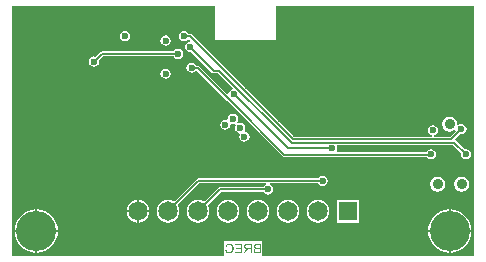
<source format=gbl>
G04*
G04 #@! TF.GenerationSoftware,Altium Limited,Altium Designer,21.6.4 (81)*
G04*
G04 Layer_Physical_Order=4*
G04 Layer_Color=16711680*
%FSLAX44Y44*%
%MOMM*%
G71*
G04*
G04 #@! TF.SameCoordinates,74441D79-BE30-4494-89CB-7DD98D1B6E6E*
G04*
G04*
G04 #@! TF.FilePolarity,Positive*
G04*
G01*
G75*
%ADD38C,0.1520*%
%ADD39C,0.9000*%
%ADD40C,3.4000*%
%ADD41C,1.6500*%
%ADD42R,1.6500X1.6500*%
%ADD43C,0.6000*%
G36*
X395922Y4078D02*
X216250Y4078D01*
Y16250D01*
X183750D01*
Y4078D01*
X4078Y4078D01*
X4078Y215500D01*
X176400D01*
Y186500D01*
X227900D01*
Y215500D01*
X395922D01*
X395922Y4078D01*
D02*
G37*
G36*
X188435Y14390D02*
X188629Y14373D01*
X188817Y14349D01*
X188999Y14320D01*
X189169Y14285D01*
X189333Y14238D01*
X189486Y14197D01*
X189626Y14150D01*
X189750Y14103D01*
X189867Y14062D01*
X189967Y14021D01*
X190049Y13980D01*
X190119Y13950D01*
X190166Y13927D01*
X190196Y13909D01*
X190207Y13903D01*
X190372Y13804D01*
X190524Y13698D01*
X190665Y13586D01*
X190800Y13469D01*
X190923Y13352D01*
X191035Y13234D01*
X191140Y13111D01*
X191228Y13000D01*
X191310Y12894D01*
X191387Y12789D01*
X191445Y12701D01*
X191498Y12624D01*
X191533Y12554D01*
X191563Y12507D01*
X191580Y12478D01*
X191586Y12466D01*
X191668Y12284D01*
X191745Y12102D01*
X191809Y11914D01*
X191862Y11727D01*
X191909Y11539D01*
X191950Y11351D01*
X191979Y11175D01*
X192009Y11011D01*
X192026Y10852D01*
X192044Y10706D01*
X192050Y10577D01*
X192061Y10465D01*
Y10377D01*
X192067Y10342D01*
Y10312D01*
Y10289D01*
Y10272D01*
Y10260D01*
Y10254D01*
X192061Y10037D01*
X192050Y9826D01*
X192026Y9620D01*
X192003Y9427D01*
X191968Y9233D01*
X191932Y9057D01*
X191891Y8887D01*
X191850Y8728D01*
X191815Y8587D01*
X191774Y8458D01*
X191739Y8347D01*
X191703Y8253D01*
X191680Y8177D01*
X191657Y8124D01*
X191645Y8089D01*
X191639Y8083D01*
Y8077D01*
X191557Y7895D01*
X191463Y7719D01*
X191363Y7561D01*
X191263Y7408D01*
X191158Y7273D01*
X191052Y7144D01*
X190952Y7033D01*
X190853Y6927D01*
X190759Y6833D01*
X190671Y6757D01*
X190595Y6686D01*
X190524Y6634D01*
X190466Y6593D01*
X190424Y6557D01*
X190401Y6540D01*
X190389Y6534D01*
X190231Y6440D01*
X190061Y6358D01*
X189885Y6288D01*
X189709Y6223D01*
X189533Y6176D01*
X189351Y6129D01*
X189181Y6094D01*
X189010Y6065D01*
X188858Y6047D01*
X188711Y6029D01*
X188582Y6018D01*
X188471Y6006D01*
X188383D01*
X188342Y6000D01*
X188253D01*
X188019Y6006D01*
X187796Y6029D01*
X187585Y6065D01*
X187379Y6106D01*
X187192Y6158D01*
X187015Y6217D01*
X186851Y6282D01*
X186705Y6346D01*
X186569Y6411D01*
X186452Y6475D01*
X186347Y6534D01*
X186264Y6587D01*
X186194Y6628D01*
X186147Y6663D01*
X186118Y6686D01*
X186106Y6692D01*
X185948Y6833D01*
X185801Y6980D01*
X185666Y7138D01*
X185543Y7303D01*
X185431Y7473D01*
X185331Y7637D01*
X185243Y7801D01*
X185167Y7966D01*
X185097Y8118D01*
X185038Y8259D01*
X184991Y8382D01*
X184950Y8494D01*
X184921Y8582D01*
X184909Y8623D01*
X184903Y8652D01*
X184897Y8676D01*
X184891Y8693D01*
X184886Y8705D01*
Y8711D01*
X185959Y8981D01*
X186006Y8793D01*
X186059Y8623D01*
X186118Y8458D01*
X186188Y8312D01*
X186253Y8171D01*
X186329Y8042D01*
X186399Y7930D01*
X186470Y7825D01*
X186534Y7737D01*
X186599Y7655D01*
X186658Y7590D01*
X186710Y7537D01*
X186751Y7490D01*
X186781Y7461D01*
X186804Y7443D01*
X186810Y7437D01*
X186933Y7350D01*
X187057Y7267D01*
X187186Y7197D01*
X187315Y7138D01*
X187444Y7091D01*
X187573Y7050D01*
X187696Y7015D01*
X187813Y6986D01*
X187919Y6962D01*
X188025Y6951D01*
X188113Y6939D01*
X188189Y6927D01*
X188253D01*
X188300Y6921D01*
X188342D01*
X188476Y6927D01*
X188611Y6939D01*
X188741Y6956D01*
X188869Y6980D01*
X188987Y7009D01*
X189104Y7044D01*
X189210Y7074D01*
X189310Y7115D01*
X189398Y7150D01*
X189480Y7179D01*
X189550Y7214D01*
X189609Y7244D01*
X189656Y7267D01*
X189691Y7285D01*
X189715Y7297D01*
X189720Y7303D01*
X189838Y7379D01*
X189943Y7461D01*
X190043Y7549D01*
X190137Y7643D01*
X190219Y7737D01*
X190295Y7836D01*
X190366Y7930D01*
X190430Y8018D01*
X190483Y8106D01*
X190530Y8188D01*
X190571Y8265D01*
X190600Y8329D01*
X190630Y8382D01*
X190647Y8417D01*
X190653Y8447D01*
X190659Y8453D01*
X190712Y8599D01*
X190759Y8752D01*
X190800Y8904D01*
X190829Y9063D01*
X190888Y9362D01*
X190905Y9509D01*
X190923Y9650D01*
X190935Y9773D01*
X190941Y9890D01*
X190947Y9996D01*
X190952Y10084D01*
X190958Y10160D01*
Y10213D01*
Y10248D01*
Y10260D01*
X190952Y10412D01*
X190947Y10559D01*
X190917Y10841D01*
X190900Y10976D01*
X190876Y11105D01*
X190853Y11228D01*
X190829Y11339D01*
X190806Y11445D01*
X190788Y11539D01*
X190765Y11621D01*
X190747Y11691D01*
X190730Y11744D01*
X190718Y11785D01*
X190706Y11815D01*
Y11820D01*
X190653Y11961D01*
X190595Y12090D01*
X190530Y12214D01*
X190460Y12325D01*
X190389Y12436D01*
X190319Y12536D01*
X190243Y12624D01*
X190172Y12706D01*
X190102Y12777D01*
X190037Y12841D01*
X189979Y12894D01*
X189926Y12941D01*
X189885Y12976D01*
X189855Y13006D01*
X189832Y13017D01*
X189826Y13023D01*
X189703Y13105D01*
X189574Y13170D01*
X189445Y13234D01*
X189315Y13287D01*
X189181Y13328D01*
X189051Y13364D01*
X188928Y13393D01*
X188805Y13416D01*
X188694Y13440D01*
X188588Y13452D01*
X188494Y13463D01*
X188412Y13469D01*
X188347Y13475D01*
X188259D01*
X188107Y13469D01*
X187966Y13457D01*
X187831Y13440D01*
X187702Y13411D01*
X187585Y13381D01*
X187473Y13346D01*
X187373Y13311D01*
X187279Y13276D01*
X187197Y13234D01*
X187121Y13199D01*
X187057Y13164D01*
X187004Y13135D01*
X186963Y13105D01*
X186933Y13088D01*
X186916Y13076D01*
X186910Y13070D01*
X186810Y12988D01*
X186716Y12900D01*
X186634Y12800D01*
X186552Y12701D01*
X186476Y12589D01*
X186411Y12484D01*
X186347Y12378D01*
X186294Y12272D01*
X186247Y12172D01*
X186200Y12079D01*
X186165Y11997D01*
X186135Y11926D01*
X186112Y11861D01*
X186094Y11820D01*
X186088Y11791D01*
X186082Y11779D01*
X185026Y12026D01*
X185091Y12231D01*
X185173Y12425D01*
X185255Y12607D01*
X185349Y12777D01*
X185443Y12929D01*
X185537Y13076D01*
X185637Y13205D01*
X185730Y13322D01*
X185824Y13428D01*
X185907Y13516D01*
X185983Y13598D01*
X186053Y13657D01*
X186106Y13710D01*
X186153Y13745D01*
X186176Y13768D01*
X186188Y13774D01*
X186347Y13886D01*
X186511Y13980D01*
X186687Y14062D01*
X186857Y14132D01*
X187027Y14197D01*
X187197Y14244D01*
X187362Y14285D01*
X187520Y14320D01*
X187673Y14343D01*
X187808Y14361D01*
X187925Y14379D01*
X188030Y14384D01*
X188118Y14390D01*
X188154Y14396D01*
X188236D01*
X188435Y14390D01*
D02*
G37*
G36*
X215114Y6135D02*
X211882D01*
X211741Y6141D01*
X211612Y6147D01*
X211488Y6158D01*
X211377Y6164D01*
X211265Y6176D01*
X211166Y6188D01*
X211078Y6205D01*
X210996Y6217D01*
X210925Y6229D01*
X210861Y6241D01*
X210808Y6246D01*
X210767Y6258D01*
X210737Y6264D01*
X210720Y6270D01*
X210714D01*
X210520Y6329D01*
X210350Y6387D01*
X210198Y6458D01*
X210133Y6487D01*
X210068Y6522D01*
X210016Y6551D01*
X209969Y6581D01*
X209928Y6604D01*
X209892Y6628D01*
X209863Y6645D01*
X209846Y6657D01*
X209834Y6669D01*
X209828D01*
X209699Y6775D01*
X209587Y6898D01*
X209488Y7021D01*
X209400Y7144D01*
X209329Y7250D01*
X209300Y7297D01*
X209276Y7338D01*
X209259Y7373D01*
X209247Y7396D01*
X209235Y7414D01*
Y7420D01*
X209153Y7608D01*
X209095Y7795D01*
X209048Y7977D01*
X209018Y8142D01*
X209007Y8212D01*
X209001Y8282D01*
X208995Y8341D01*
Y8388D01*
X208989Y8429D01*
Y8464D01*
Y8482D01*
Y8488D01*
X208995Y8617D01*
X209007Y8740D01*
X209024Y8863D01*
X209053Y8975D01*
X209083Y9086D01*
X209112Y9186D01*
X209153Y9280D01*
X209188Y9368D01*
X209224Y9444D01*
X209259Y9515D01*
X209294Y9573D01*
X209323Y9620D01*
X209353Y9661D01*
X209370Y9691D01*
X209382Y9708D01*
X209388Y9714D01*
X209464Y9808D01*
X209546Y9896D01*
X209640Y9978D01*
X209728Y10049D01*
X209822Y10119D01*
X209916Y10178D01*
X210010Y10230D01*
X210104Y10277D01*
X210186Y10324D01*
X210268Y10359D01*
X210338Y10389D01*
X210397Y10412D01*
X210450Y10430D01*
X210485Y10442D01*
X210514Y10453D01*
X210520D01*
X210415Y10506D01*
X210321Y10565D01*
X210233Y10624D01*
X210145Y10688D01*
X210068Y10753D01*
X209998Y10811D01*
X209939Y10870D01*
X209881Y10929D01*
X209834Y10981D01*
X209787Y11034D01*
X209752Y11075D01*
X209722Y11116D01*
X209699Y11152D01*
X209681Y11175D01*
X209675Y11187D01*
X209669Y11193D01*
X209617Y11281D01*
X209576Y11369D01*
X209534Y11451D01*
X209505Y11539D01*
X209452Y11703D01*
X209417Y11856D01*
X209405Y11920D01*
X209400Y11985D01*
X209388Y12038D01*
Y12084D01*
X209382Y12120D01*
Y12149D01*
Y12167D01*
Y12172D01*
X209388Y12278D01*
X209394Y12378D01*
X209435Y12577D01*
X209482Y12759D01*
X209511Y12841D01*
X209540Y12924D01*
X209576Y12994D01*
X209605Y13053D01*
X209628Y13111D01*
X209652Y13158D01*
X209675Y13193D01*
X209693Y13223D01*
X209699Y13240D01*
X209705Y13246D01*
X209769Y13340D01*
X209834Y13428D01*
X209904Y13504D01*
X209975Y13581D01*
X210051Y13651D01*
X210121Y13710D01*
X210192Y13768D01*
X210262Y13815D01*
X210327Y13862D01*
X210391Y13898D01*
X210444Y13933D01*
X210491Y13956D01*
X210532Y13980D01*
X210561Y13991D01*
X210579Y14003D01*
X210585D01*
X210690Y14050D01*
X210808Y14085D01*
X211054Y14150D01*
X211301Y14197D01*
X211424Y14209D01*
X211541Y14226D01*
X211647Y14232D01*
X211752Y14244D01*
X211840Y14250D01*
X211923D01*
X211987Y14255D01*
X215114D01*
Y6135D01*
D02*
G37*
G36*
X207493D02*
X206419D01*
Y9743D01*
X205028D01*
X204905Y9737D01*
X204799Y9732D01*
X204717Y9726D01*
X204659Y9714D01*
X204612Y9708D01*
X204582Y9702D01*
X204577D01*
X204483Y9673D01*
X204395Y9644D01*
X204312Y9603D01*
X204242Y9567D01*
X204178Y9538D01*
X204131Y9509D01*
X204101Y9491D01*
X204090Y9485D01*
X203996Y9421D01*
X203902Y9338D01*
X203814Y9245D01*
X203726Y9157D01*
X203655Y9075D01*
X203597Y9004D01*
X203573Y8975D01*
X203556Y8957D01*
X203550Y8945D01*
X203544Y8940D01*
X203485Y8863D01*
X203421Y8781D01*
X203292Y8605D01*
X203162Y8417D01*
X203039Y8235D01*
X202987Y8153D01*
X202934Y8077D01*
X202887Y8007D01*
X202846Y7942D01*
X202816Y7895D01*
X202793Y7854D01*
X202775Y7831D01*
X202769Y7825D01*
X201696Y6135D01*
X200352D01*
X201754Y8341D01*
X201913Y8576D01*
X201995Y8681D01*
X202071Y8787D01*
X202148Y8881D01*
X202224Y8969D01*
X202294Y9051D01*
X202359Y9127D01*
X202417Y9198D01*
X202476Y9256D01*
X202523Y9303D01*
X202564Y9350D01*
X202599Y9380D01*
X202623Y9409D01*
X202640Y9421D01*
X202646Y9427D01*
X202740Y9503D01*
X202840Y9573D01*
X202945Y9644D01*
X203051Y9702D01*
X203145Y9755D01*
X203186Y9779D01*
X203221Y9796D01*
X203251Y9814D01*
X203274Y9820D01*
X203286Y9831D01*
X203292D01*
X203080Y9867D01*
X202881Y9908D01*
X202699Y9961D01*
X202529Y10013D01*
X202376Y10078D01*
X202230Y10136D01*
X202106Y10201D01*
X201989Y10266D01*
X201889Y10330D01*
X201807Y10389D01*
X201731Y10442D01*
X201672Y10489D01*
X201625Y10530D01*
X201590Y10559D01*
X201572Y10577D01*
X201567Y10582D01*
X201467Y10694D01*
X201379Y10817D01*
X201303Y10934D01*
X201238Y11058D01*
X201185Y11181D01*
X201138Y11304D01*
X201103Y11422D01*
X201074Y11533D01*
X201050Y11639D01*
X201033Y11732D01*
X201021Y11820D01*
X201009Y11891D01*
Y11955D01*
X201003Y12002D01*
Y12026D01*
Y12038D01*
X201009Y12161D01*
X201015Y12284D01*
X201033Y12401D01*
X201056Y12513D01*
X201080Y12618D01*
X201109Y12718D01*
X201144Y12812D01*
X201173Y12900D01*
X201203Y12976D01*
X201238Y13047D01*
X201267Y13111D01*
X201291Y13164D01*
X201314Y13205D01*
X201326Y13234D01*
X201338Y13252D01*
X201344Y13258D01*
X201408Y13358D01*
X201479Y13452D01*
X201555Y13534D01*
X201625Y13616D01*
X201702Y13686D01*
X201778Y13751D01*
X201854Y13804D01*
X201924Y13856D01*
X201989Y13898D01*
X202054Y13933D01*
X202106Y13968D01*
X202153Y13991D01*
X202194Y14009D01*
X202224Y14021D01*
X202241Y14032D01*
X202247D01*
X202359Y14073D01*
X202482Y14109D01*
X202611Y14138D01*
X202740Y14161D01*
X203016Y14203D01*
X203151Y14214D01*
X203280Y14226D01*
X203409Y14238D01*
X203520Y14244D01*
X203626Y14250D01*
X203720D01*
X203790Y14255D01*
X207493D01*
Y6135D01*
D02*
G37*
G36*
X199296D02*
X193241D01*
Y7091D01*
X198222D01*
Y9855D01*
X193734D01*
Y10811D01*
X198222D01*
Y13299D01*
X193428D01*
Y14255D01*
X199296D01*
Y6135D01*
D02*
G37*
%LPC*%
G36*
X100000Y194354D02*
X98334Y194022D01*
X96922Y193078D01*
X95978Y191666D01*
X95646Y190000D01*
X95978Y188334D01*
X96922Y186922D01*
X98334Y185978D01*
X100000Y185646D01*
X101666Y185978D01*
X103078Y186922D01*
X104022Y188334D01*
X104354Y190000D01*
X104022Y191666D01*
X103078Y193078D01*
X101666Y194022D01*
X100000Y194354D01*
D02*
G37*
G36*
X134500Y190604D02*
X132834Y190272D01*
X131421Y189328D01*
X130478Y187916D01*
X130146Y186250D01*
X130478Y184584D01*
X131421Y183172D01*
X132834Y182228D01*
X134500Y181896D01*
X136166Y182228D01*
X137578Y183172D01*
X138522Y184584D01*
X138854Y186250D01*
X138522Y187916D01*
X137578Y189328D01*
X136166Y190272D01*
X134500Y190604D01*
D02*
G37*
G36*
X145000Y179354D02*
X143334Y179022D01*
X141922Y178078D01*
X141248Y177070D01*
X80250D01*
X79458Y176912D01*
X78787Y176464D01*
X74940Y172617D01*
X73750Y172854D01*
X72084Y172522D01*
X70672Y171579D01*
X69728Y170166D01*
X69396Y168500D01*
X69728Y166834D01*
X70672Y165422D01*
X72084Y164478D01*
X73750Y164146D01*
X75416Y164478D01*
X76828Y165422D01*
X77772Y166834D01*
X78104Y168500D01*
X77867Y169690D01*
X81107Y172930D01*
X141248D01*
X141922Y171922D01*
X143334Y170978D01*
X145000Y170646D01*
X146666Y170978D01*
X148078Y171922D01*
X149022Y173334D01*
X149354Y175000D01*
X149022Y176666D01*
X148078Y178078D01*
X146666Y179022D01*
X145000Y179354D01*
D02*
G37*
G36*
X134500Y162604D02*
X132834Y162272D01*
X131421Y161329D01*
X130478Y159916D01*
X130146Y158250D01*
X130478Y156584D01*
X131421Y155171D01*
X132834Y154228D01*
X134500Y153896D01*
X136166Y154228D01*
X137578Y155171D01*
X138522Y156584D01*
X138854Y158250D01*
X138522Y159916D01*
X137578Y161329D01*
X136166Y162272D01*
X134500Y162604D01*
D02*
G37*
G36*
X150000Y194354D02*
X148334Y194022D01*
X146922Y193078D01*
X145978Y191666D01*
X145646Y190000D01*
X145978Y188334D01*
X146922Y186922D01*
X148334Y185978D01*
X150000Y185646D01*
X151666Y185978D01*
X153078Y186922D01*
X153209Y187117D01*
X154543Y187234D01*
X155319Y186404D01*
X154866Y185241D01*
X153598Y184989D01*
X152185Y184045D01*
X151241Y182633D01*
X150910Y180967D01*
X151241Y179301D01*
X152185Y177888D01*
X153598Y176945D01*
X155264Y176613D01*
X156206Y176800D01*
X173977Y159030D01*
X174648Y158581D01*
X175440Y158423D01*
X179149D01*
X191252Y146321D01*
X190834Y144943D01*
X190584Y144893D01*
X189172Y143949D01*
X188228Y142537D01*
X188025Y141516D01*
X186657Y141088D01*
X163531Y164214D01*
X162860Y164662D01*
X162068Y164820D01*
X160497D01*
X160472Y164946D01*
X159528Y166359D01*
X158116Y167302D01*
X156450Y167634D01*
X154784Y167302D01*
X153371Y166359D01*
X152427Y164946D01*
X152096Y163280D01*
X152427Y161614D01*
X153371Y160201D01*
X154784Y159258D01*
X156450Y158926D01*
X158116Y159258D01*
X159528Y160201D01*
X159848Y160680D01*
X161210D01*
X186646Y135244D01*
X186646Y135244D01*
X233604Y88287D01*
X234276Y87838D01*
X235068Y87680D01*
X355415D01*
X355922Y86922D01*
X357334Y85978D01*
X359000Y85646D01*
X360666Y85978D01*
X362079Y86922D01*
X363022Y88334D01*
X363354Y90000D01*
X363022Y91666D01*
X362079Y93078D01*
X360666Y94022D01*
X359000Y94354D01*
X357334Y94022D01*
X355922Y93078D01*
X355080Y91820D01*
X280058D01*
X279379Y93090D01*
X279495Y93264D01*
X279827Y94930D01*
X279495Y96596D01*
X279379Y96770D01*
X279977Y97890D01*
X377933D01*
X384633Y91190D01*
X384396Y90000D01*
X384728Y88334D01*
X385672Y86922D01*
X387084Y85978D01*
X388750Y85646D01*
X390416Y85978D01*
X391828Y86922D01*
X392772Y88334D01*
X393104Y90000D01*
X392772Y91666D01*
X391828Y93078D01*
X390416Y94022D01*
X388750Y94354D01*
X387560Y94117D01*
X380253Y101424D01*
X380040Y101566D01*
X379756Y102868D01*
X379801Y103124D01*
X383810Y107133D01*
X385000Y106896D01*
X386666Y107228D01*
X388078Y108172D01*
X389022Y109584D01*
X389354Y111250D01*
X389022Y112916D01*
X388078Y114328D01*
X386666Y115272D01*
X385000Y115604D01*
X383334Y115272D01*
X382426Y114666D01*
X381267Y115350D01*
X380783Y117787D01*
X379402Y119852D01*
X377337Y121233D01*
X374900Y121717D01*
X372463Y121233D01*
X370398Y119852D01*
X369017Y117787D01*
X368533Y115350D01*
X369017Y112913D01*
X370398Y110848D01*
X372463Y109467D01*
X374900Y108983D01*
X377337Y109467D01*
X378641Y110339D01*
X380126Y109818D01*
X380246Y109423D01*
X375643Y104820D01*
X361847D01*
X361722Y106090D01*
X362416Y106228D01*
X363829Y107171D01*
X364772Y108584D01*
X365104Y110250D01*
X364772Y111916D01*
X363829Y113329D01*
X362416Y114272D01*
X360750Y114604D01*
X359084Y114272D01*
X357672Y113329D01*
X356728Y111916D01*
X356396Y110250D01*
X356728Y108584D01*
X357672Y107171D01*
X359084Y106228D01*
X359778Y106090D01*
X359652Y104820D01*
X243107D01*
X156464Y191464D01*
X155792Y191912D01*
X155000Y192070D01*
X153752D01*
X153078Y193078D01*
X151666Y194022D01*
X150000Y194354D01*
D02*
G37*
G36*
X191500Y124354D02*
X189834Y124022D01*
X188421Y123078D01*
X187478Y121666D01*
X187170Y120118D01*
X187099Y119964D01*
X186020Y119151D01*
X185000Y119354D01*
X183334Y119022D01*
X181922Y118078D01*
X180978Y116666D01*
X180646Y115000D01*
X180978Y113334D01*
X181922Y111922D01*
X183334Y110978D01*
X185000Y110646D01*
X186666Y110978D01*
X188078Y111922D01*
X189022Y113334D01*
X189330Y114882D01*
X189401Y115036D01*
X190480Y115849D01*
X191500Y115646D01*
X193160Y115977D01*
X193181Y115962D01*
X194072Y115056D01*
X193478Y114166D01*
X193146Y112500D01*
X193478Y110834D01*
X194422Y109422D01*
X195834Y108478D01*
X196784Y108289D01*
X197405Y106931D01*
X197228Y106666D01*
X196896Y105000D01*
X197228Y103334D01*
X198172Y101922D01*
X199584Y100978D01*
X201250Y100646D01*
X202916Y100978D01*
X204328Y101922D01*
X205272Y103334D01*
X205604Y105000D01*
X205272Y106666D01*
X204328Y108078D01*
X202916Y109022D01*
X201966Y109211D01*
X201345Y110569D01*
X201522Y110834D01*
X201854Y112500D01*
X201522Y114166D01*
X200578Y115578D01*
X199166Y116522D01*
X197500Y116854D01*
X195840Y116523D01*
X195819Y116538D01*
X194928Y117444D01*
X195522Y118334D01*
X195854Y120000D01*
X195522Y121666D01*
X194578Y123078D01*
X193166Y124022D01*
X191500Y124354D01*
D02*
G37*
G36*
X267500Y71854D02*
X265834Y71522D01*
X264422Y70578D01*
X263748Y69570D01*
X162300D01*
X161508Y69412D01*
X160837Y68963D01*
X141634Y49761D01*
X141301Y50016D01*
X138985Y50975D01*
X136500Y51302D01*
X134015Y50975D01*
X131699Y50016D01*
X129710Y48490D01*
X128184Y46501D01*
X127225Y44185D01*
X126898Y41700D01*
X127225Y39215D01*
X128184Y36899D01*
X129710Y34910D01*
X131699Y33384D01*
X134015Y32425D01*
X136500Y32098D01*
X138985Y32425D01*
X141301Y33384D01*
X143290Y34910D01*
X144816Y36899D01*
X145775Y39215D01*
X146102Y41700D01*
X145775Y44185D01*
X144816Y46501D01*
X144561Y46834D01*
X163157Y65430D01*
X219205D01*
X219403Y64825D01*
X219416Y64160D01*
X218172Y63328D01*
X217500Y62323D01*
X180453D01*
X179661Y62165D01*
X178989Y61716D01*
X167034Y49761D01*
X166701Y50016D01*
X164385Y50975D01*
X161900Y51302D01*
X159415Y50975D01*
X157099Y50016D01*
X155110Y48490D01*
X153584Y46501D01*
X152625Y44185D01*
X152298Y41700D01*
X152625Y39215D01*
X153584Y36899D01*
X155110Y34910D01*
X157099Y33384D01*
X159415Y32425D01*
X161900Y32098D01*
X164385Y32425D01*
X166701Y33384D01*
X168690Y34910D01*
X170216Y36899D01*
X171175Y39215D01*
X171502Y41700D01*
X171175Y44185D01*
X170216Y46501D01*
X169961Y46834D01*
X181310Y58183D01*
X217496D01*
X218172Y57172D01*
X219584Y56228D01*
X221250Y55896D01*
X222916Y56228D01*
X224328Y57172D01*
X225272Y58584D01*
X225604Y60250D01*
X225272Y61916D01*
X224328Y63328D01*
X223084Y64160D01*
X223097Y64825D01*
X223295Y65430D01*
X263748D01*
X264422Y64422D01*
X265834Y63478D01*
X267500Y63146D01*
X269166Y63478D01*
X270578Y64422D01*
X271522Y65834D01*
X271854Y67500D01*
X271522Y69166D01*
X270578Y70578D01*
X269166Y71522D01*
X267500Y71854D01*
D02*
G37*
G36*
X385060Y70917D02*
X382623Y70433D01*
X380558Y69052D01*
X379177Y66987D01*
X378693Y64550D01*
X379177Y62113D01*
X380558Y60048D01*
X382623Y58667D01*
X385060Y58183D01*
X387497Y58667D01*
X389562Y60048D01*
X390943Y62113D01*
X391427Y64550D01*
X390943Y66987D01*
X389562Y69052D01*
X387497Y70433D01*
X385060Y70917D01*
D02*
G37*
G36*
X364740D02*
X362303Y70433D01*
X360238Y69052D01*
X358857Y66987D01*
X358373Y64550D01*
X358857Y62113D01*
X360238Y60048D01*
X362303Y58667D01*
X364740Y58183D01*
X367177Y58667D01*
X369242Y60048D01*
X370623Y62113D01*
X371107Y64550D01*
X370623Y66987D01*
X369242Y69052D01*
X367177Y70433D01*
X364740Y70917D01*
D02*
G37*
G36*
X111862Y51202D02*
Y42462D01*
X120602D01*
X120375Y44185D01*
X119416Y46501D01*
X117890Y48490D01*
X115901Y50016D01*
X113585Y50975D01*
X111862Y51202D01*
D02*
G37*
G36*
X110338D02*
X108615Y50975D01*
X106299Y50016D01*
X104310Y48490D01*
X102784Y46501D01*
X101825Y44185D01*
X101598Y42462D01*
X110338D01*
Y51202D01*
D02*
G37*
G36*
X120602Y40938D02*
X111862D01*
Y32198D01*
X113585Y32425D01*
X115901Y33384D01*
X117890Y34910D01*
X119416Y36899D01*
X120375Y39215D01*
X120602Y40938D01*
D02*
G37*
G36*
X110338D02*
X101598D01*
X101825Y39215D01*
X102784Y36899D01*
X104310Y34910D01*
X106299Y33384D01*
X108615Y32425D01*
X110338Y32198D01*
Y40938D01*
D02*
G37*
G36*
X298420Y51220D02*
X279380D01*
Y32180D01*
X298420D01*
Y51220D01*
D02*
G37*
G36*
X263500Y51302D02*
X261015Y50975D01*
X258699Y50016D01*
X256710Y48490D01*
X255184Y46501D01*
X254225Y44185D01*
X253898Y41700D01*
X254225Y39215D01*
X255184Y36899D01*
X256710Y34910D01*
X258699Y33384D01*
X261015Y32425D01*
X263500Y32098D01*
X265985Y32425D01*
X268301Y33384D01*
X270290Y34910D01*
X271816Y36899D01*
X272775Y39215D01*
X273102Y41700D01*
X272775Y44185D01*
X271816Y46501D01*
X270290Y48490D01*
X268301Y50016D01*
X265985Y50975D01*
X263500Y51302D01*
D02*
G37*
G36*
X238100D02*
X235615Y50975D01*
X233299Y50016D01*
X231310Y48490D01*
X229784Y46501D01*
X228825Y44185D01*
X228498Y41700D01*
X228825Y39215D01*
X229784Y36899D01*
X231310Y34910D01*
X233299Y33384D01*
X235615Y32425D01*
X238100Y32098D01*
X240585Y32425D01*
X242901Y33384D01*
X244890Y34910D01*
X246416Y36899D01*
X247375Y39215D01*
X247702Y41700D01*
X247375Y44185D01*
X246416Y46501D01*
X244890Y48490D01*
X242901Y50016D01*
X240585Y50975D01*
X238100Y51302D01*
D02*
G37*
G36*
X212700D02*
X210215Y50975D01*
X207899Y50016D01*
X205910Y48490D01*
X204384Y46501D01*
X203425Y44185D01*
X203098Y41700D01*
X203425Y39215D01*
X204384Y36899D01*
X205910Y34910D01*
X207899Y33384D01*
X210215Y32425D01*
X212700Y32098D01*
X215185Y32425D01*
X217501Y33384D01*
X219490Y34910D01*
X221016Y36899D01*
X221975Y39215D01*
X222302Y41700D01*
X221975Y44185D01*
X221016Y46501D01*
X219490Y48490D01*
X217501Y50016D01*
X215185Y50975D01*
X212700Y51302D01*
D02*
G37*
G36*
X187300D02*
X184815Y50975D01*
X182499Y50016D01*
X180510Y48490D01*
X178984Y46501D01*
X178025Y44185D01*
X177698Y41700D01*
X178025Y39215D01*
X178984Y36899D01*
X180510Y34910D01*
X182499Y33384D01*
X184815Y32425D01*
X187300Y32098D01*
X189785Y32425D01*
X192101Y33384D01*
X194090Y34910D01*
X195616Y36899D01*
X196575Y39215D01*
X196902Y41700D01*
X196575Y44185D01*
X195616Y46501D01*
X194090Y48490D01*
X192101Y50016D01*
X189785Y50975D01*
X187300Y51302D01*
D02*
G37*
G36*
X375762Y43283D02*
Y25762D01*
X393283D01*
X393006Y28582D01*
X391961Y32025D01*
X390264Y35199D01*
X387981Y37981D01*
X385199Y40264D01*
X382025Y41961D01*
X378582Y43006D01*
X375762Y43283D01*
D02*
G37*
G36*
X374238D02*
X371418Y43006D01*
X367975Y41961D01*
X364801Y40264D01*
X362019Y37981D01*
X359736Y35199D01*
X358039Y32025D01*
X356994Y28582D01*
X356717Y25762D01*
X374238D01*
Y43283D01*
D02*
G37*
G36*
X25762D02*
Y25762D01*
X43283D01*
X43006Y28582D01*
X41961Y32025D01*
X40264Y35199D01*
X37981Y37981D01*
X35199Y40264D01*
X32025Y41961D01*
X28582Y43006D01*
X25762Y43283D01*
D02*
G37*
G36*
X24238D02*
X21418Y43006D01*
X17975Y41961D01*
X14801Y40264D01*
X12019Y37981D01*
X9736Y35199D01*
X8039Y32025D01*
X6994Y28582D01*
X6717Y25762D01*
X24238D01*
Y43283D01*
D02*
G37*
G36*
X393283Y24238D02*
X375762D01*
Y6717D01*
X378582Y6994D01*
X382025Y8039D01*
X385199Y9736D01*
X387981Y12019D01*
X390264Y14801D01*
X391961Y17975D01*
X393006Y21418D01*
X393283Y24238D01*
D02*
G37*
G36*
X374238D02*
X356717D01*
X356994Y21418D01*
X358039Y17975D01*
X359736Y14801D01*
X362019Y12019D01*
X364801Y9736D01*
X367975Y8039D01*
X371418Y6994D01*
X374238Y6717D01*
Y24238D01*
D02*
G37*
G36*
X43283D02*
X25762D01*
Y6717D01*
X28582Y6994D01*
X32025Y8039D01*
X35199Y9736D01*
X37981Y12019D01*
X40264Y14801D01*
X41961Y17975D01*
X43006Y21418D01*
X43283Y24238D01*
D02*
G37*
G36*
X24238D02*
X6717D01*
X6994Y21418D01*
X8039Y17975D01*
X9736Y14801D01*
X12019Y12019D01*
X14801Y9736D01*
X17975Y8039D01*
X21418Y6994D01*
X24238Y6717D01*
Y24238D01*
D02*
G37*
G36*
X214041Y13299D02*
X212263D01*
X212116Y13293D01*
X211981Y13287D01*
X211858Y13281D01*
X211747Y13270D01*
X211647Y13264D01*
X211559Y13252D01*
X211477Y13240D01*
X211406Y13229D01*
X211348Y13217D01*
X211301Y13211D01*
X211259Y13199D01*
X211230Y13193D01*
X211207Y13188D01*
X211195Y13182D01*
X211189D01*
X211060Y13129D01*
X210954Y13070D01*
X210855Y13000D01*
X210778Y12929D01*
X210720Y12865D01*
X210673Y12812D01*
X210649Y12771D01*
X210638Y12765D01*
Y12759D01*
X210573Y12642D01*
X210520Y12519D01*
X210485Y12401D01*
X210462Y12290D01*
X210450Y12196D01*
X210444Y12155D01*
X210438Y12120D01*
Y12090D01*
Y12067D01*
Y12055D01*
Y12049D01*
X210450Y11897D01*
X210473Y11756D01*
X210503Y11633D01*
X210544Y11533D01*
X210585Y11445D01*
X210602Y11416D01*
X210614Y11386D01*
X210632Y11363D01*
X210638Y11345D01*
X210649Y11339D01*
Y11334D01*
X210737Y11234D01*
X210831Y11152D01*
X210937Y11081D01*
X211037Y11028D01*
X211125Y10987D01*
X211166Y10970D01*
X211195Y10958D01*
X211224Y10946D01*
X211248Y10940D01*
X211259Y10934D01*
X211265D01*
X211330Y10917D01*
X211400Y10905D01*
X211477Y10893D01*
X211559Y10882D01*
X211729Y10864D01*
X211893Y10852D01*
X211975Y10847D01*
X212116D01*
X212175Y10841D01*
X214041D01*
Y13299D01*
D02*
G37*
G36*
Y9884D02*
X212028D01*
X211893Y9878D01*
X211770Y9872D01*
X211658Y9861D01*
X211553Y9849D01*
X211453Y9837D01*
X211365Y9826D01*
X211283Y9814D01*
X211213Y9802D01*
X211154Y9790D01*
X211101Y9779D01*
X211060Y9767D01*
X211025Y9755D01*
X211001Y9749D01*
X210990Y9743D01*
X210984D01*
X210837Y9685D01*
X210708Y9614D01*
X210597Y9538D01*
X210503Y9456D01*
X210426Y9385D01*
X210374Y9327D01*
X210356Y9303D01*
X210344Y9292D01*
X210333Y9280D01*
Y9274D01*
X210256Y9145D01*
X210198Y9010D01*
X210156Y8881D01*
X210127Y8758D01*
X210110Y8646D01*
X210104Y8605D01*
Y8564D01*
X210098Y8535D01*
Y8505D01*
Y8494D01*
Y8488D01*
X210104Y8347D01*
X210121Y8212D01*
X210151Y8095D01*
X210180Y7995D01*
X210209Y7913D01*
X210239Y7848D01*
X210245Y7825D01*
X210256Y7807D01*
X210262Y7801D01*
Y7795D01*
X210327Y7690D01*
X210391Y7602D01*
X210462Y7526D01*
X210526Y7461D01*
X210585Y7408D01*
X210632Y7373D01*
X210661Y7350D01*
X210667Y7344D01*
X210673D01*
X210773Y7291D01*
X210872Y7244D01*
X210978Y7209D01*
X211072Y7179D01*
X211160Y7156D01*
X211224Y7138D01*
X211254Y7132D01*
X211271D01*
X211283Y7127D01*
X211289D01*
X211330Y7121D01*
X211383Y7115D01*
X211494Y7109D01*
X211612Y7097D01*
X211735D01*
X211846Y7091D01*
X214041D01*
Y9884D01*
D02*
G37*
G36*
X206419Y13358D02*
X203855D01*
X203691Y13352D01*
X203538Y13340D01*
X203397Y13322D01*
X203268Y13299D01*
X203151Y13270D01*
X203039Y13240D01*
X202940Y13205D01*
X202857Y13170D01*
X202781Y13135D01*
X202717Y13099D01*
X202658Y13070D01*
X202611Y13041D01*
X202582Y13017D01*
X202552Y13000D01*
X202541Y12988D01*
X202535Y12982D01*
X202458Y12912D01*
X202394Y12836D01*
X202341Y12759D01*
X202288Y12677D01*
X202247Y12601D01*
X202218Y12519D01*
X202188Y12442D01*
X202165Y12372D01*
X202148Y12302D01*
X202136Y12237D01*
X202124Y12184D01*
X202118Y12131D01*
X202112Y12090D01*
Y12061D01*
Y12043D01*
Y12038D01*
X202124Y11891D01*
X202148Y11756D01*
X202183Y11633D01*
X202218Y11527D01*
X202259Y11439D01*
X202277Y11398D01*
X202294Y11369D01*
X202312Y11345D01*
X202318Y11328D01*
X202329Y11316D01*
Y11310D01*
X202417Y11193D01*
X202517Y11093D01*
X202623Y11011D01*
X202728Y10940D01*
X202822Y10888D01*
X202857Y10870D01*
X202893Y10852D01*
X202922Y10841D01*
X202945Y10829D01*
X202957Y10823D01*
X202963D01*
X203045Y10799D01*
X203127Y10776D01*
X203315Y10741D01*
X203509Y10711D01*
X203691Y10694D01*
X203779Y10688D01*
X203855Y10682D01*
X203931D01*
X203990Y10676D01*
X206419D01*
Y13358D01*
D02*
G37*
%LPD*%
D38*
X156450Y163280D02*
X156980Y162750D01*
X162068D01*
X80250Y175000D02*
X145000D01*
X73750Y168500D02*
X80250Y175000D01*
X162300Y67500D02*
X267500D01*
X376500Y102750D02*
X385000Y111250D01*
X242250Y102750D02*
X376500D01*
X378790Y99960D02*
X388750Y90000D01*
X240844Y100210D02*
X241094Y99960D01*
X378790D01*
X240290Y100210D02*
X240844D01*
X155000Y190000D02*
X242250Y102750D01*
X237750Y95500D02*
X274903D01*
X275473Y94930D01*
X188110Y136708D02*
X235068Y89750D01*
X358750D01*
X359000Y90000D01*
X180007Y160493D02*
X240290Y100210D01*
X188110Y136708D02*
Y136708D01*
X162068Y162750D02*
X188110Y136708D01*
X136500Y41700D02*
X162300Y67500D01*
X175440Y160493D02*
X180007D01*
X150000Y190000D02*
X155000D01*
X155264Y180670D02*
X175440Y160493D01*
X155264Y180670D02*
Y180967D01*
X180453Y60253D02*
X221247D01*
X161900Y41700D02*
X180453Y60253D01*
X221247D02*
X221250Y60250D01*
X192250Y140871D02*
X192379D01*
X237750Y95500D01*
D39*
X374900Y115350D02*
D03*
X385060Y64550D02*
D03*
X364740D02*
D03*
D40*
X375000Y25000D02*
D03*
X25000D02*
D03*
D41*
X111100Y41700D02*
D03*
X136500D02*
D03*
X238100D02*
D03*
X263500D02*
D03*
X212700D02*
D03*
X187300D02*
D03*
X161900D02*
D03*
D42*
X288900D02*
D03*
D43*
X185000Y115000D02*
D03*
X215000Y102250D02*
D03*
X134500Y186250D02*
D03*
Y158250D02*
D03*
X156450Y163280D02*
D03*
X73750Y168500D02*
D03*
X145000Y175000D02*
D03*
X245000Y77000D02*
D03*
X230000D02*
D03*
X380000Y212000D02*
D03*
Y197000D02*
D03*
Y182000D02*
D03*
Y167000D02*
D03*
Y152000D02*
D03*
Y137000D02*
D03*
Y47000D02*
D03*
X365000Y212000D02*
D03*
Y197000D02*
D03*
Y182000D02*
D03*
Y167000D02*
D03*
Y152000D02*
D03*
Y137000D02*
D03*
Y122000D02*
D03*
Y47000D02*
D03*
X350000Y212000D02*
D03*
Y197000D02*
D03*
Y182000D02*
D03*
Y167000D02*
D03*
Y152000D02*
D03*
Y137000D02*
D03*
Y122000D02*
D03*
Y77000D02*
D03*
Y62000D02*
D03*
Y47000D02*
D03*
Y32000D02*
D03*
X335000Y212000D02*
D03*
Y197000D02*
D03*
Y182000D02*
D03*
Y167000D02*
D03*
Y152000D02*
D03*
Y137000D02*
D03*
Y122000D02*
D03*
Y77000D02*
D03*
Y62000D02*
D03*
Y47000D02*
D03*
Y32000D02*
D03*
X320000Y212000D02*
D03*
Y197000D02*
D03*
Y182000D02*
D03*
Y167000D02*
D03*
Y152000D02*
D03*
Y137000D02*
D03*
Y122000D02*
D03*
Y77000D02*
D03*
Y62000D02*
D03*
Y47000D02*
D03*
Y32000D02*
D03*
X305000Y212000D02*
D03*
Y197000D02*
D03*
Y182000D02*
D03*
Y167000D02*
D03*
Y152000D02*
D03*
Y137000D02*
D03*
Y122000D02*
D03*
Y77000D02*
D03*
Y62000D02*
D03*
Y47000D02*
D03*
Y32000D02*
D03*
X290000Y212000D02*
D03*
Y197000D02*
D03*
Y182000D02*
D03*
Y167000D02*
D03*
Y152000D02*
D03*
Y137000D02*
D03*
Y122000D02*
D03*
Y77000D02*
D03*
Y62000D02*
D03*
X275000Y212000D02*
D03*
Y197000D02*
D03*
Y182000D02*
D03*
Y167000D02*
D03*
Y152000D02*
D03*
Y137000D02*
D03*
Y122000D02*
D03*
Y77000D02*
D03*
Y62000D02*
D03*
Y47000D02*
D03*
Y32000D02*
D03*
X260000Y212000D02*
D03*
Y197000D02*
D03*
Y182000D02*
D03*
Y137000D02*
D03*
Y77000D02*
D03*
X245000Y197000D02*
D03*
Y182000D02*
D03*
Y137000D02*
D03*
Y62000D02*
D03*
X230000D02*
D03*
Y32000D02*
D03*
X200000Y77000D02*
D03*
Y47000D02*
D03*
Y32000D02*
D03*
X185000Y107000D02*
D03*
Y92000D02*
D03*
Y77000D02*
D03*
X170000Y107000D02*
D03*
Y92000D02*
D03*
Y77000D02*
D03*
Y62000D02*
D03*
Y32000D02*
D03*
X155000Y197000D02*
D03*
Y152000D02*
D03*
Y122000D02*
D03*
Y107000D02*
D03*
Y92000D02*
D03*
Y77000D02*
D03*
X140000Y212000D02*
D03*
Y197000D02*
D03*
Y152000D02*
D03*
Y137000D02*
D03*
Y107000D02*
D03*
Y92000D02*
D03*
Y77000D02*
D03*
Y62000D02*
D03*
X125000Y212000D02*
D03*
Y197000D02*
D03*
Y152000D02*
D03*
Y137000D02*
D03*
Y122000D02*
D03*
Y92000D02*
D03*
Y77000D02*
D03*
Y62000D02*
D03*
Y47000D02*
D03*
Y32000D02*
D03*
X110000Y212000D02*
D03*
Y197000D02*
D03*
Y152000D02*
D03*
Y137000D02*
D03*
Y122000D02*
D03*
Y77000D02*
D03*
Y62000D02*
D03*
X95000Y212000D02*
D03*
Y197000D02*
D03*
Y152000D02*
D03*
Y137000D02*
D03*
Y122000D02*
D03*
Y77000D02*
D03*
Y62000D02*
D03*
Y47000D02*
D03*
Y32000D02*
D03*
X80000Y212000D02*
D03*
Y197000D02*
D03*
Y182000D02*
D03*
Y152000D02*
D03*
Y137000D02*
D03*
Y122000D02*
D03*
Y107000D02*
D03*
Y92000D02*
D03*
Y77000D02*
D03*
Y62000D02*
D03*
Y47000D02*
D03*
Y32000D02*
D03*
X65000Y212000D02*
D03*
Y197000D02*
D03*
Y182000D02*
D03*
Y167000D02*
D03*
Y152000D02*
D03*
Y137000D02*
D03*
Y122000D02*
D03*
Y77000D02*
D03*
Y62000D02*
D03*
Y47000D02*
D03*
Y32000D02*
D03*
X50000Y212000D02*
D03*
Y197000D02*
D03*
Y182000D02*
D03*
Y167000D02*
D03*
Y152000D02*
D03*
Y137000D02*
D03*
Y122000D02*
D03*
Y107000D02*
D03*
Y92000D02*
D03*
Y77000D02*
D03*
Y62000D02*
D03*
Y47000D02*
D03*
Y32000D02*
D03*
X35000Y212000D02*
D03*
Y197000D02*
D03*
Y182000D02*
D03*
Y167000D02*
D03*
Y152000D02*
D03*
Y137000D02*
D03*
Y122000D02*
D03*
Y107000D02*
D03*
Y92000D02*
D03*
Y77000D02*
D03*
Y62000D02*
D03*
Y47000D02*
D03*
X20000Y212000D02*
D03*
Y197000D02*
D03*
Y182000D02*
D03*
Y167000D02*
D03*
Y152000D02*
D03*
Y137000D02*
D03*
Y122000D02*
D03*
Y107000D02*
D03*
Y92000D02*
D03*
Y77000D02*
D03*
Y62000D02*
D03*
Y47000D02*
D03*
X267500Y67500D02*
D03*
X388750Y90000D02*
D03*
X275473Y94930D02*
D03*
X385000Y111250D02*
D03*
X7518Y211998D02*
D03*
Y196998D02*
D03*
Y181998D02*
D03*
Y166998D02*
D03*
Y151998D02*
D03*
Y136998D02*
D03*
Y121998D02*
D03*
X7500Y92000D02*
D03*
X7518Y76998D02*
D03*
Y61998D02*
D03*
Y46998D02*
D03*
X7500Y107000D02*
D03*
X200000Y20500D02*
D03*
X215000D02*
D03*
X185000D02*
D03*
X170000Y18000D02*
D03*
X155000D02*
D03*
X140000D02*
D03*
X275000D02*
D03*
X260000D02*
D03*
X245000D02*
D03*
X230000D02*
D03*
X197500Y112500D02*
D03*
X201250Y105000D02*
D03*
X191500Y120000D02*
D03*
X155264Y180967D02*
D03*
X150000Y190000D02*
D03*
X221250Y60250D02*
D03*
X192250Y140871D02*
D03*
X238250Y188250D02*
D03*
Y200500D02*
D03*
Y212500D02*
D03*
X232000Y206500D02*
D03*
Y194500D02*
D03*
X168000Y206500D02*
D03*
Y194500D02*
D03*
X161750Y200500D02*
D03*
Y212500D02*
D03*
X204250Y148000D02*
D03*
X161000Y126500D02*
D03*
X232000Y120250D02*
D03*
X100000Y190000D02*
D03*
X360750Y110250D02*
D03*
X392500Y109500D02*
D03*
Y47000D02*
D03*
Y77000D02*
D03*
Y122000D02*
D03*
Y137000D02*
D03*
Y152000D02*
D03*
Y167000D02*
D03*
Y182000D02*
D03*
Y197000D02*
D03*
Y212000D02*
D03*
X189250Y183500D02*
D03*
X210500D02*
D03*
X204250Y167000D02*
D03*
X195750Y175500D02*
D03*
X198000Y183500D02*
D03*
X50000Y7750D02*
D03*
X65000D02*
D03*
X80000D02*
D03*
X95000D02*
D03*
X110000D02*
D03*
X125000D02*
D03*
X140000D02*
D03*
X155000D02*
D03*
X170000D02*
D03*
X230000D02*
D03*
X245000D02*
D03*
X260000D02*
D03*
X275000D02*
D03*
X290000D02*
D03*
X305500D02*
D03*
X320000D02*
D03*
X335000D02*
D03*
X350000D02*
D03*
Y18000D02*
D03*
X335000D02*
D03*
X320000D02*
D03*
X305000D02*
D03*
X290000D02*
D03*
X125000D02*
D03*
X110000D02*
D03*
X95250D02*
D03*
X79500D02*
D03*
X64750D02*
D03*
X50000D02*
D03*
X359000Y90000D02*
D03*
M02*

</source>
